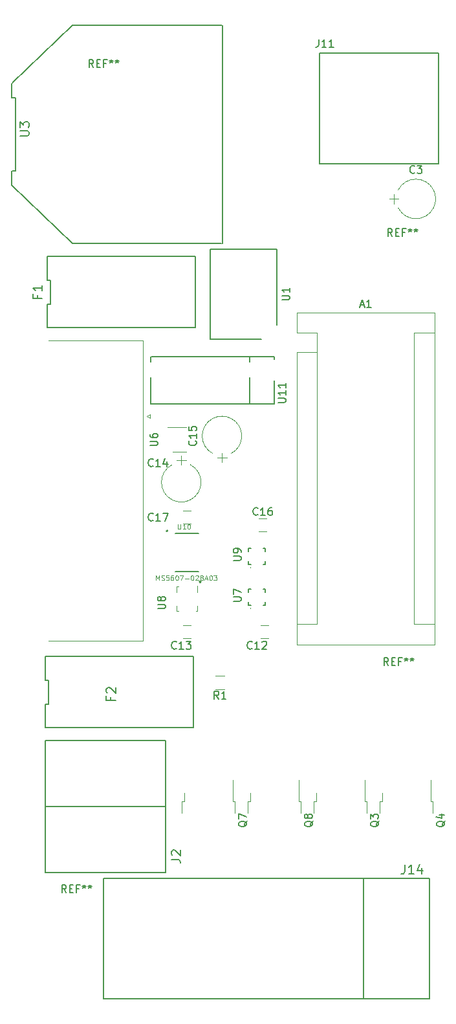
<source format=gto>
G04 #@! TF.FileFunction,Legend,Top*
%FSLAX46Y46*%
G04 Gerber Fmt 4.6, Leading zero omitted, Abs format (unit mm)*
G04 Created by KiCad (PCBNEW 4.0.7) date Wednesday, May 09, 2018 'PMt' 10:09:01 PM*
%MOMM*%
%LPD*%
G01*
G04 APERTURE LIST*
%ADD10C,0.100000*%
%ADD11C,0.127000*%
%ADD12C,0.150000*%
%ADD13C,0.120000*%
%ADD14C,0.200000*%
%ADD15C,0.250000*%
%ADD16C,0.050000*%
G04 APERTURE END LIST*
D10*
D11*
X110950000Y-114618000D02*
X110680000Y-114618000D01*
X110680000Y-114618000D02*
X110680000Y-114168000D01*
X110680000Y-112908000D02*
X110680000Y-112458000D01*
X110680000Y-112458000D02*
X110950000Y-112458000D01*
X112570000Y-112458000D02*
X112840000Y-112458000D01*
X112840000Y-112458000D02*
X112840000Y-112908000D01*
X112570000Y-114618000D02*
X112840000Y-114618000D01*
X112840000Y-114618000D02*
X112840000Y-114168000D01*
D12*
X110946400Y-115062000D02*
G75*
G03X110946400Y-115062000I-50000J0D01*
G01*
D11*
X110950000Y-109284000D02*
X110680000Y-109284000D01*
X110680000Y-109284000D02*
X110680000Y-108834000D01*
X110680000Y-107574000D02*
X110680000Y-107124000D01*
X110680000Y-107124000D02*
X110950000Y-107124000D01*
X112570000Y-107124000D02*
X112840000Y-107124000D01*
X112840000Y-107124000D02*
X112840000Y-107574000D01*
X112570000Y-109284000D02*
X112840000Y-109284000D01*
X112840000Y-109284000D02*
X112840000Y-108834000D01*
D12*
X110946400Y-109728000D02*
G75*
G03X110946400Y-109728000I-50000J0D01*
G01*
D13*
X119634000Y-81534000D02*
X119634000Y-78994000D01*
X119634000Y-78994000D02*
X116964000Y-78994000D01*
X116964000Y-81534000D02*
X116964000Y-119764000D01*
X116964000Y-76324000D02*
X116964000Y-78994000D01*
X132334000Y-78994000D02*
X135004000Y-78994000D01*
X132334000Y-78994000D02*
X132334000Y-117094000D01*
X132334000Y-117094000D02*
X135004000Y-117094000D01*
X119634000Y-81534000D02*
X116964000Y-81534000D01*
X119634000Y-81534000D02*
X119634000Y-117094000D01*
X119634000Y-117094000D02*
X116964000Y-117094000D01*
X116964000Y-119764000D02*
X135004000Y-119764000D01*
X135004000Y-119764000D02*
X135004000Y-76324000D01*
X135004000Y-76324000D02*
X116964000Y-76324000D01*
X113276000Y-117260000D02*
X112276000Y-117260000D01*
X112276000Y-118960000D02*
X113276000Y-118960000D01*
X103116000Y-117260000D02*
X102116000Y-117260000D01*
X102116000Y-118960000D02*
X103116000Y-118960000D01*
X103033723Y-100837722D02*
G75*
G03X103034000Y-96226420I-1179723J2305722D01*
G01*
X100674277Y-100837722D02*
G75*
G02X100674000Y-96226420I1179723J2305722D01*
G01*
X100674277Y-100837722D02*
G75*
G03X103034000Y-100837580I1179723J2305722D01*
G01*
X101854000Y-95082000D02*
X101854000Y-96282000D01*
X102504000Y-95682000D02*
X101204000Y-95682000D01*
X106008277Y-90170278D02*
G75*
G03X106008000Y-94781580I1179723J-2305722D01*
G01*
X108367723Y-90170278D02*
G75*
G02X108368000Y-94781580I-1179723J-2305722D01*
G01*
X108367723Y-90170278D02*
G75*
G03X106008000Y-90170420I-1179723J-2305722D01*
G01*
X107188000Y-95926000D02*
X107188000Y-94726000D01*
X106538000Y-95326000D02*
X107838000Y-95326000D01*
X113022000Y-103290000D02*
X112022000Y-103290000D01*
X112022000Y-104990000D02*
X113022000Y-104990000D01*
X103116000Y-102274000D02*
X102116000Y-102274000D01*
X102116000Y-103974000D02*
X103116000Y-103974000D01*
D12*
X84295000Y-78309999D02*
X103665000Y-78310000D01*
X103665000Y-78310000D02*
X103665000Y-69010001D01*
X103665000Y-69010001D02*
X84295000Y-69010000D01*
X84295000Y-69010000D02*
X84295000Y-72110000D01*
X84295000Y-72110000D02*
X84745000Y-72110000D01*
X84745000Y-72110000D02*
X84745000Y-75209999D01*
X84745000Y-75209999D02*
X84295000Y-75209999D01*
X84295000Y-75209999D02*
X84295000Y-78309999D01*
X84041000Y-130633999D02*
X103411000Y-130634000D01*
X103411000Y-130634000D02*
X103411000Y-121334001D01*
X103411000Y-121334001D02*
X84041000Y-121334000D01*
X84041000Y-121334000D02*
X84041000Y-124434000D01*
X84041000Y-124434000D02*
X84491000Y-124434000D01*
X84491000Y-124434000D02*
X84491000Y-127533999D01*
X84491000Y-127533999D02*
X84041000Y-127533999D01*
X84041000Y-127533999D02*
X84041000Y-130633999D01*
D13*
X84516000Y-79951000D02*
X96856000Y-79951000D01*
X96856000Y-79951000D02*
X96856000Y-119271000D01*
X96856000Y-119271000D02*
X84516000Y-119271000D01*
X97750338Y-89666000D02*
X97750338Y-90166000D01*
X97750338Y-90166000D02*
X97317325Y-89916000D01*
X97317325Y-89916000D02*
X97750338Y-89666000D01*
D12*
X99812000Y-149595000D02*
X99812000Y-132345000D01*
X84062000Y-149595000D02*
X84062000Y-132345000D01*
X84062000Y-132345000D02*
X99812000Y-132345000D01*
X99812000Y-149595000D02*
X84062000Y-149595000D01*
X84062000Y-140970000D02*
X99812000Y-140970000D01*
X135520000Y-42408000D02*
X119970000Y-42408000D01*
X135520000Y-56908000D02*
X119970000Y-56908000D01*
X119970000Y-42408000D02*
X119970000Y-56908000D01*
X135520000Y-42408000D02*
X135520000Y-56908000D01*
X134355000Y-166128000D02*
X91705000Y-166128000D01*
X91705000Y-166128000D02*
X91705000Y-150378000D01*
X91705000Y-150356000D02*
X134355000Y-150356000D01*
X134355000Y-150378000D02*
X134355000Y-166128000D01*
X125730000Y-166128000D02*
X125730000Y-150378000D01*
D13*
X126132000Y-141778000D02*
X126132000Y-140278000D01*
X126132000Y-140278000D02*
X125862000Y-140278000D01*
X125862000Y-140278000D02*
X125862000Y-137448000D01*
X119232000Y-141778000D02*
X119232000Y-140278000D01*
X119232000Y-140278000D02*
X119502000Y-140278000D01*
X119502000Y-140278000D02*
X119502000Y-139178000D01*
X134768000Y-141778000D02*
X134768000Y-140278000D01*
X134768000Y-140278000D02*
X134498000Y-140278000D01*
X134498000Y-140278000D02*
X134498000Y-137448000D01*
X127868000Y-141778000D02*
X127868000Y-140278000D01*
X127868000Y-140278000D02*
X128138000Y-140278000D01*
X128138000Y-140278000D02*
X128138000Y-139178000D01*
X108860000Y-141778000D02*
X108860000Y-140278000D01*
X108860000Y-140278000D02*
X108590000Y-140278000D01*
X108590000Y-140278000D02*
X108590000Y-137448000D01*
X101960000Y-141778000D02*
X101960000Y-140278000D01*
X101960000Y-140278000D02*
X102230000Y-140278000D01*
X102230000Y-140278000D02*
X102230000Y-139178000D01*
X117496000Y-141778000D02*
X117496000Y-140278000D01*
X117496000Y-140278000D02*
X117226000Y-140278000D01*
X117226000Y-140278000D02*
X117226000Y-137448000D01*
X110596000Y-141778000D02*
X110596000Y-140278000D01*
X110596000Y-140278000D02*
X110866000Y-140278000D01*
X110866000Y-140278000D02*
X110866000Y-139178000D01*
X106334000Y-123834000D02*
X107534000Y-123834000D01*
X107534000Y-125594000D02*
X106334000Y-125594000D01*
D12*
X114368000Y-77914000D02*
X114368000Y-68014000D01*
X112368000Y-79814000D02*
X105668000Y-79814000D01*
X105668000Y-79814000D02*
X105668000Y-68014000D01*
X105668000Y-68014000D02*
X114368000Y-68014000D01*
X79629000Y-48260000D02*
X79629000Y-46355000D01*
X79629000Y-59690000D02*
X79629000Y-57785000D01*
X87630000Y-38735000D02*
X107188000Y-38735000D01*
X87630000Y-67310000D02*
X107061000Y-67310000D01*
X87630000Y-38772501D02*
X79698500Y-46329000D01*
X87630000Y-67272499D02*
X79698500Y-59716000D01*
X107245500Y-67272500D02*
X107245500Y-38772501D01*
X79698500Y-48272500D02*
X80148500Y-48272500D01*
X80148500Y-48272500D02*
X80148500Y-57772499D01*
X80148500Y-57772499D02*
X79698500Y-57772499D01*
D13*
X100700000Y-94574000D02*
X102500000Y-94574000D01*
X102500000Y-91354000D02*
X100050000Y-91354000D01*
D10*
X103966000Y-112092000D02*
X103966000Y-112912000D01*
X101266000Y-112192000D02*
X101266000Y-112912000D01*
X101266000Y-112192000D02*
X101486000Y-112192000D01*
X101486000Y-115392000D02*
X101266000Y-115392000D01*
X101266000Y-115392000D02*
X101266000Y-114672000D01*
X103966000Y-114672000D02*
X103966000Y-115392000D01*
X103966000Y-115392000D02*
X103746000Y-115392000D01*
D11*
X101116000Y-105196000D02*
X104116000Y-105196000D01*
X101116000Y-110196000D02*
X104116000Y-110196000D01*
D14*
X100089000Y-104902000D02*
G75*
G03X100089000Y-104902000I-100000J0D01*
G01*
D12*
X102108000Y-82118200D02*
X97983000Y-82118200D01*
X101981000Y-88315800D02*
X97983000Y-88315800D01*
X110808000Y-82120000D02*
X110808000Y-82820000D01*
X110808000Y-88320000D02*
X110808000Y-84820000D01*
X102108000Y-82120000D02*
X114068000Y-82120000D01*
X114070000Y-82120000D02*
X114070000Y-82420000D01*
X97893000Y-85020000D02*
X97893000Y-84820000D01*
X97893000Y-82120000D02*
X97893000Y-82820000D01*
X102008000Y-88320000D02*
X114068000Y-88320000D01*
X114070000Y-88320000D02*
X114070000Y-85220000D01*
X97893000Y-88320000D02*
X97893000Y-84920000D01*
D13*
X134873722Y-60288277D02*
G75*
G03X130262420Y-60288000I-2305722J-1179723D01*
G01*
X134873722Y-62647723D02*
G75*
G02X130262420Y-62648000I-2305722J1179723D01*
G01*
X134873722Y-62647723D02*
G75*
G03X134873580Y-60288000I-2305722J1179723D01*
G01*
X129118000Y-61468000D02*
X130318000Y-61468000D01*
X129718000Y-60818000D02*
X129718000Y-62118000D01*
D12*
X108671959Y-114097291D02*
X109482106Y-114097291D01*
X109577418Y-114049636D01*
X109625074Y-114001980D01*
X109672729Y-113906669D01*
X109672729Y-113716046D01*
X109625074Y-113620734D01*
X109577418Y-113573079D01*
X109482106Y-113525423D01*
X108671959Y-113525423D01*
X108671959Y-113144177D02*
X108671959Y-112476997D01*
X109672729Y-112905898D01*
X108671959Y-108763291D02*
X109482106Y-108763291D01*
X109577418Y-108715636D01*
X109625074Y-108667980D01*
X109672729Y-108572669D01*
X109672729Y-108382046D01*
X109625074Y-108286734D01*
X109577418Y-108239079D01*
X109482106Y-108191423D01*
X108671959Y-108191423D01*
X109672729Y-107667210D02*
X109672729Y-107476587D01*
X109625074Y-107381275D01*
X109577418Y-107333620D01*
X109434451Y-107238308D01*
X109243828Y-107190653D01*
X108862582Y-107190653D01*
X108767271Y-107238308D01*
X108719615Y-107285964D01*
X108671959Y-107381275D01*
X108671959Y-107571898D01*
X108719615Y-107667210D01*
X108767271Y-107714865D01*
X108862582Y-107762521D01*
X109100861Y-107762521D01*
X109196172Y-107714865D01*
X109243828Y-107667210D01*
X109291484Y-107571898D01*
X109291484Y-107381275D01*
X109243828Y-107285964D01*
X109196172Y-107238308D01*
X109100861Y-107190653D01*
X125269714Y-75350667D02*
X125745905Y-75350667D01*
X125174476Y-75636381D02*
X125507809Y-74636381D01*
X125841143Y-75636381D01*
X126698286Y-75636381D02*
X126126857Y-75636381D01*
X126412571Y-75636381D02*
X126412571Y-74636381D01*
X126317333Y-74779238D01*
X126222095Y-74874476D01*
X126126857Y-74922095D01*
X111117143Y-120245143D02*
X111069524Y-120292762D01*
X110926667Y-120340381D01*
X110831429Y-120340381D01*
X110688571Y-120292762D01*
X110593333Y-120197524D01*
X110545714Y-120102286D01*
X110498095Y-119911810D01*
X110498095Y-119768952D01*
X110545714Y-119578476D01*
X110593333Y-119483238D01*
X110688571Y-119388000D01*
X110831429Y-119340381D01*
X110926667Y-119340381D01*
X111069524Y-119388000D01*
X111117143Y-119435619D01*
X112069524Y-120340381D02*
X111498095Y-120340381D01*
X111783809Y-120340381D02*
X111783809Y-119340381D01*
X111688571Y-119483238D01*
X111593333Y-119578476D01*
X111498095Y-119626095D01*
X112450476Y-119435619D02*
X112498095Y-119388000D01*
X112593333Y-119340381D01*
X112831429Y-119340381D01*
X112926667Y-119388000D01*
X112974286Y-119435619D01*
X113021905Y-119530857D01*
X113021905Y-119626095D01*
X112974286Y-119768952D01*
X112402857Y-120340381D01*
X113021905Y-120340381D01*
X101211143Y-120245143D02*
X101163524Y-120292762D01*
X101020667Y-120340381D01*
X100925429Y-120340381D01*
X100782571Y-120292762D01*
X100687333Y-120197524D01*
X100639714Y-120102286D01*
X100592095Y-119911810D01*
X100592095Y-119768952D01*
X100639714Y-119578476D01*
X100687333Y-119483238D01*
X100782571Y-119388000D01*
X100925429Y-119340381D01*
X101020667Y-119340381D01*
X101163524Y-119388000D01*
X101211143Y-119435619D01*
X102163524Y-120340381D02*
X101592095Y-120340381D01*
X101877809Y-120340381D02*
X101877809Y-119340381D01*
X101782571Y-119483238D01*
X101687333Y-119578476D01*
X101592095Y-119626095D01*
X102496857Y-119340381D02*
X103115905Y-119340381D01*
X102782571Y-119721333D01*
X102925429Y-119721333D01*
X103020667Y-119768952D01*
X103068286Y-119816571D01*
X103115905Y-119911810D01*
X103115905Y-120149905D01*
X103068286Y-120245143D01*
X103020667Y-120292762D01*
X102925429Y-120340381D01*
X102639714Y-120340381D01*
X102544476Y-120292762D01*
X102496857Y-120245143D01*
X98163143Y-96369143D02*
X98115524Y-96416762D01*
X97972667Y-96464381D01*
X97877429Y-96464381D01*
X97734571Y-96416762D01*
X97639333Y-96321524D01*
X97591714Y-96226286D01*
X97544095Y-96035810D01*
X97544095Y-95892952D01*
X97591714Y-95702476D01*
X97639333Y-95607238D01*
X97734571Y-95512000D01*
X97877429Y-95464381D01*
X97972667Y-95464381D01*
X98115524Y-95512000D01*
X98163143Y-95559619D01*
X99115524Y-96464381D02*
X98544095Y-96464381D01*
X98829809Y-96464381D02*
X98829809Y-95464381D01*
X98734571Y-95607238D01*
X98639333Y-95702476D01*
X98544095Y-95750095D01*
X99972667Y-95797714D02*
X99972667Y-96464381D01*
X99734571Y-95416762D02*
X99496476Y-96131048D01*
X100115524Y-96131048D01*
X103735143Y-93118857D02*
X103782762Y-93166476D01*
X103830381Y-93309333D01*
X103830381Y-93404571D01*
X103782762Y-93547429D01*
X103687524Y-93642667D01*
X103592286Y-93690286D01*
X103401810Y-93737905D01*
X103258952Y-93737905D01*
X103068476Y-93690286D01*
X102973238Y-93642667D01*
X102878000Y-93547429D01*
X102830381Y-93404571D01*
X102830381Y-93309333D01*
X102878000Y-93166476D01*
X102925619Y-93118857D01*
X103830381Y-92166476D02*
X103830381Y-92737905D01*
X103830381Y-92452191D02*
X102830381Y-92452191D01*
X102973238Y-92547429D01*
X103068476Y-92642667D01*
X103116095Y-92737905D01*
X102830381Y-91261714D02*
X102830381Y-91737905D01*
X103306571Y-91785524D01*
X103258952Y-91737905D01*
X103211333Y-91642667D01*
X103211333Y-91404571D01*
X103258952Y-91309333D01*
X103306571Y-91261714D01*
X103401810Y-91214095D01*
X103639905Y-91214095D01*
X103735143Y-91261714D01*
X103782762Y-91309333D01*
X103830381Y-91404571D01*
X103830381Y-91642667D01*
X103782762Y-91737905D01*
X103735143Y-91785524D01*
X111879143Y-102747143D02*
X111831524Y-102794762D01*
X111688667Y-102842381D01*
X111593429Y-102842381D01*
X111450571Y-102794762D01*
X111355333Y-102699524D01*
X111307714Y-102604286D01*
X111260095Y-102413810D01*
X111260095Y-102270952D01*
X111307714Y-102080476D01*
X111355333Y-101985238D01*
X111450571Y-101890000D01*
X111593429Y-101842381D01*
X111688667Y-101842381D01*
X111831524Y-101890000D01*
X111879143Y-101937619D01*
X112831524Y-102842381D02*
X112260095Y-102842381D01*
X112545809Y-102842381D02*
X112545809Y-101842381D01*
X112450571Y-101985238D01*
X112355333Y-102080476D01*
X112260095Y-102128095D01*
X113688667Y-101842381D02*
X113498190Y-101842381D01*
X113402952Y-101890000D01*
X113355333Y-101937619D01*
X113260095Y-102080476D01*
X113212476Y-102270952D01*
X113212476Y-102651905D01*
X113260095Y-102747143D01*
X113307714Y-102794762D01*
X113402952Y-102842381D01*
X113593429Y-102842381D01*
X113688667Y-102794762D01*
X113736286Y-102747143D01*
X113783905Y-102651905D01*
X113783905Y-102413810D01*
X113736286Y-102318571D01*
X113688667Y-102270952D01*
X113593429Y-102223333D01*
X113402952Y-102223333D01*
X113307714Y-102270952D01*
X113260095Y-102318571D01*
X113212476Y-102413810D01*
X98163143Y-103481143D02*
X98115524Y-103528762D01*
X97972667Y-103576381D01*
X97877429Y-103576381D01*
X97734571Y-103528762D01*
X97639333Y-103433524D01*
X97591714Y-103338286D01*
X97544095Y-103147810D01*
X97544095Y-103004952D01*
X97591714Y-102814476D01*
X97639333Y-102719238D01*
X97734571Y-102624000D01*
X97877429Y-102576381D01*
X97972667Y-102576381D01*
X98115524Y-102624000D01*
X98163143Y-102671619D01*
X99115524Y-103576381D02*
X98544095Y-103576381D01*
X98829809Y-103576381D02*
X98829809Y-102576381D01*
X98734571Y-102719238D01*
X98639333Y-102814476D01*
X98544095Y-102862095D01*
X99448857Y-102576381D02*
X100115524Y-102576381D01*
X99686952Y-103576381D01*
X83009286Y-74060000D02*
X83009286Y-74460000D01*
X83637857Y-74460000D02*
X82437857Y-74460000D01*
X82437857Y-73888571D01*
X83637857Y-72802857D02*
X83637857Y-73488572D01*
X83637857Y-73145714D02*
X82437857Y-73145714D01*
X82609286Y-73260000D01*
X82723571Y-73374286D01*
X82780714Y-73488572D01*
X92624286Y-126638000D02*
X92624286Y-127038000D01*
X93252857Y-127038000D02*
X92052857Y-127038000D01*
X92052857Y-126466571D01*
X92167143Y-126066572D02*
X92110000Y-126009429D01*
X92052857Y-125895143D01*
X92052857Y-125609429D01*
X92110000Y-125495143D01*
X92167143Y-125438000D01*
X92281429Y-125380857D01*
X92395714Y-125380857D01*
X92567143Y-125438000D01*
X93252857Y-126123714D01*
X93252857Y-125380857D01*
X100561857Y-147847000D02*
X101419000Y-147847000D01*
X101590429Y-147904142D01*
X101704714Y-148018428D01*
X101761857Y-148189857D01*
X101761857Y-148304142D01*
X100676143Y-147332714D02*
X100619000Y-147275571D01*
X100561857Y-147161285D01*
X100561857Y-146875571D01*
X100619000Y-146761285D01*
X100676143Y-146704142D01*
X100790429Y-146646999D01*
X100904714Y-146646999D01*
X101076143Y-146704142D01*
X101761857Y-147389856D01*
X101761857Y-146646999D01*
X119840477Y-40600381D02*
X119840477Y-41314667D01*
X119792857Y-41457524D01*
X119697619Y-41552762D01*
X119554762Y-41600381D01*
X119459524Y-41600381D01*
X120840477Y-41600381D02*
X120269048Y-41600381D01*
X120554762Y-41600381D02*
X120554762Y-40600381D01*
X120459524Y-40743238D01*
X120364286Y-40838476D01*
X120269048Y-40886095D01*
X121792858Y-41600381D02*
X121221429Y-41600381D01*
X121507143Y-41600381D02*
X121507143Y-40600381D01*
X121411905Y-40743238D01*
X121316667Y-40838476D01*
X121221429Y-40886095D01*
X131108571Y-148567857D02*
X131108571Y-149425000D01*
X131051429Y-149596429D01*
X130937143Y-149710714D01*
X130765714Y-149767857D01*
X130651429Y-149767857D01*
X132308572Y-149767857D02*
X131622857Y-149767857D01*
X131965715Y-149767857D02*
X131965715Y-148567857D01*
X131851429Y-148739286D01*
X131737143Y-148853571D01*
X131622857Y-148910714D01*
X133337143Y-148967857D02*
X133337143Y-149767857D01*
X133051429Y-148510714D02*
X132765714Y-149367857D01*
X133508572Y-149367857D01*
X127729619Y-142843238D02*
X127682000Y-142938476D01*
X127586762Y-143033714D01*
X127443905Y-143176571D01*
X127396286Y-143271810D01*
X127396286Y-143367048D01*
X127634381Y-143319429D02*
X127586762Y-143414667D01*
X127491524Y-143509905D01*
X127301048Y-143557524D01*
X126967714Y-143557524D01*
X126777238Y-143509905D01*
X126682000Y-143414667D01*
X126634381Y-143319429D01*
X126634381Y-143128952D01*
X126682000Y-143033714D01*
X126777238Y-142938476D01*
X126967714Y-142890857D01*
X127301048Y-142890857D01*
X127491524Y-142938476D01*
X127586762Y-143033714D01*
X127634381Y-143128952D01*
X127634381Y-143319429D01*
X126634381Y-142557524D02*
X126634381Y-141938476D01*
X127015333Y-142271810D01*
X127015333Y-142128952D01*
X127062952Y-142033714D01*
X127110571Y-141986095D01*
X127205810Y-141938476D01*
X127443905Y-141938476D01*
X127539143Y-141986095D01*
X127586762Y-142033714D01*
X127634381Y-142128952D01*
X127634381Y-142414667D01*
X127586762Y-142509905D01*
X127539143Y-142557524D01*
X136365619Y-142843238D02*
X136318000Y-142938476D01*
X136222762Y-143033714D01*
X136079905Y-143176571D01*
X136032286Y-143271810D01*
X136032286Y-143367048D01*
X136270381Y-143319429D02*
X136222762Y-143414667D01*
X136127524Y-143509905D01*
X135937048Y-143557524D01*
X135603714Y-143557524D01*
X135413238Y-143509905D01*
X135318000Y-143414667D01*
X135270381Y-143319429D01*
X135270381Y-143128952D01*
X135318000Y-143033714D01*
X135413238Y-142938476D01*
X135603714Y-142890857D01*
X135937048Y-142890857D01*
X136127524Y-142938476D01*
X136222762Y-143033714D01*
X136270381Y-143128952D01*
X136270381Y-143319429D01*
X135603714Y-142033714D02*
X136270381Y-142033714D01*
X135222762Y-142271810D02*
X135937048Y-142509905D01*
X135937048Y-141890857D01*
X110457619Y-142843238D02*
X110410000Y-142938476D01*
X110314762Y-143033714D01*
X110171905Y-143176571D01*
X110124286Y-143271810D01*
X110124286Y-143367048D01*
X110362381Y-143319429D02*
X110314762Y-143414667D01*
X110219524Y-143509905D01*
X110029048Y-143557524D01*
X109695714Y-143557524D01*
X109505238Y-143509905D01*
X109410000Y-143414667D01*
X109362381Y-143319429D01*
X109362381Y-143128952D01*
X109410000Y-143033714D01*
X109505238Y-142938476D01*
X109695714Y-142890857D01*
X110029048Y-142890857D01*
X110219524Y-142938476D01*
X110314762Y-143033714D01*
X110362381Y-143128952D01*
X110362381Y-143319429D01*
X109362381Y-142557524D02*
X109362381Y-141890857D01*
X110362381Y-142319429D01*
X119093619Y-142843238D02*
X119046000Y-142938476D01*
X118950762Y-143033714D01*
X118807905Y-143176571D01*
X118760286Y-143271810D01*
X118760286Y-143367048D01*
X118998381Y-143319429D02*
X118950762Y-143414667D01*
X118855524Y-143509905D01*
X118665048Y-143557524D01*
X118331714Y-143557524D01*
X118141238Y-143509905D01*
X118046000Y-143414667D01*
X117998381Y-143319429D01*
X117998381Y-143128952D01*
X118046000Y-143033714D01*
X118141238Y-142938476D01*
X118331714Y-142890857D01*
X118665048Y-142890857D01*
X118855524Y-142938476D01*
X118950762Y-143033714D01*
X118998381Y-143128952D01*
X118998381Y-143319429D01*
X118426952Y-142319429D02*
X118379333Y-142414667D01*
X118331714Y-142462286D01*
X118236476Y-142509905D01*
X118188857Y-142509905D01*
X118093619Y-142462286D01*
X118046000Y-142414667D01*
X117998381Y-142319429D01*
X117998381Y-142128952D01*
X118046000Y-142033714D01*
X118093619Y-141986095D01*
X118188857Y-141938476D01*
X118236476Y-141938476D01*
X118331714Y-141986095D01*
X118379333Y-142033714D01*
X118426952Y-142128952D01*
X118426952Y-142319429D01*
X118474571Y-142414667D01*
X118522190Y-142462286D01*
X118617429Y-142509905D01*
X118807905Y-142509905D01*
X118903143Y-142462286D01*
X118950762Y-142414667D01*
X118998381Y-142319429D01*
X118998381Y-142128952D01*
X118950762Y-142033714D01*
X118903143Y-141986095D01*
X118807905Y-141938476D01*
X118617429Y-141938476D01*
X118522190Y-141986095D01*
X118474571Y-142033714D01*
X118426952Y-142128952D01*
X106767334Y-126866381D02*
X106434000Y-126390190D01*
X106195905Y-126866381D02*
X106195905Y-125866381D01*
X106576858Y-125866381D01*
X106672096Y-125914000D01*
X106719715Y-125961619D01*
X106767334Y-126056857D01*
X106767334Y-126199714D01*
X106719715Y-126294952D01*
X106672096Y-126342571D01*
X106576858Y-126390190D01*
X106195905Y-126390190D01*
X107719715Y-126866381D02*
X107148286Y-126866381D01*
X107434000Y-126866381D02*
X107434000Y-125866381D01*
X107338762Y-126009238D01*
X107243524Y-126104476D01*
X107148286Y-126152095D01*
X115020381Y-74675905D02*
X115829905Y-74675905D01*
X115925143Y-74628286D01*
X115972762Y-74580667D01*
X116020381Y-74485429D01*
X116020381Y-74294952D01*
X115972762Y-74199714D01*
X115925143Y-74152095D01*
X115829905Y-74104476D01*
X115020381Y-74104476D01*
X116020381Y-73104476D02*
X116020381Y-73675905D01*
X116020381Y-73390191D02*
X115020381Y-73390191D01*
X115163238Y-73485429D01*
X115258476Y-73580667D01*
X115306095Y-73675905D01*
X80749857Y-53238286D02*
X81721286Y-53238286D01*
X81835571Y-53181143D01*
X81892714Y-53124000D01*
X81949857Y-53009714D01*
X81949857Y-52781143D01*
X81892714Y-52666857D01*
X81835571Y-52609714D01*
X81721286Y-52552571D01*
X80749857Y-52552571D01*
X80749857Y-52095428D02*
X80749857Y-51352571D01*
X81207000Y-51752571D01*
X81207000Y-51581143D01*
X81264143Y-51466857D01*
X81321286Y-51409714D01*
X81435571Y-51352571D01*
X81721286Y-51352571D01*
X81835571Y-51409714D01*
X81892714Y-51466857D01*
X81949857Y-51581143D01*
X81949857Y-51924000D01*
X81892714Y-52038286D01*
X81835571Y-52095428D01*
X97750381Y-93725905D02*
X98559905Y-93725905D01*
X98655143Y-93678286D01*
X98702762Y-93630667D01*
X98750381Y-93535429D01*
X98750381Y-93344952D01*
X98702762Y-93249714D01*
X98655143Y-93202095D01*
X98559905Y-93154476D01*
X97750381Y-93154476D01*
X97750381Y-92249714D02*
X97750381Y-92440191D01*
X97798000Y-92535429D01*
X97845619Y-92583048D01*
X97988476Y-92678286D01*
X98178952Y-92725905D01*
X98559905Y-92725905D01*
X98655143Y-92678286D01*
X98702762Y-92630667D01*
X98750381Y-92535429D01*
X98750381Y-92344952D01*
X98702762Y-92249714D01*
X98655143Y-92202095D01*
X98559905Y-92154476D01*
X98321810Y-92154476D01*
X98226571Y-92202095D01*
X98178952Y-92249714D01*
X98131333Y-92344952D01*
X98131333Y-92535429D01*
X98178952Y-92630667D01*
X98226571Y-92678286D01*
X98321810Y-92725905D01*
X98766381Y-115061905D02*
X99575905Y-115061905D01*
X99671143Y-115014286D01*
X99718762Y-114966667D01*
X99766381Y-114871429D01*
X99766381Y-114680952D01*
X99718762Y-114585714D01*
X99671143Y-114538095D01*
X99575905Y-114490476D01*
X98766381Y-114490476D01*
X99194952Y-113871429D02*
X99147333Y-113966667D01*
X99099714Y-114014286D01*
X99004476Y-114061905D01*
X98956857Y-114061905D01*
X98861619Y-114014286D01*
X98814000Y-113966667D01*
X98766381Y-113871429D01*
X98766381Y-113680952D01*
X98814000Y-113585714D01*
X98861619Y-113538095D01*
X98956857Y-113490476D01*
X99004476Y-113490476D01*
X99099714Y-113538095D01*
X99147333Y-113585714D01*
X99194952Y-113680952D01*
X99194952Y-113871429D01*
X99242571Y-113966667D01*
X99290190Y-114014286D01*
X99385429Y-114061905D01*
X99575905Y-114061905D01*
X99671143Y-114014286D01*
X99718762Y-113966667D01*
X99766381Y-113871429D01*
X99766381Y-113680952D01*
X99718762Y-113585714D01*
X99671143Y-113538095D01*
X99575905Y-113490476D01*
X99385429Y-113490476D01*
X99290190Y-113538095D01*
X99242571Y-113585714D01*
X99194952Y-113680952D01*
D15*
X104243143Y-111506000D02*
X104290762Y-111458381D01*
X104338381Y-111506000D01*
X104290762Y-111553619D01*
X104243143Y-111506000D01*
X104338381Y-111506000D01*
D16*
X101415240Y-104012056D02*
X101415240Y-104531005D01*
X101445767Y-104592058D01*
X101476293Y-104622584D01*
X101537346Y-104653111D01*
X101659452Y-104653111D01*
X101720504Y-104622584D01*
X101751031Y-104592058D01*
X101781557Y-104531005D01*
X101781557Y-104012056D01*
X102422612Y-104653111D02*
X102056295Y-104653111D01*
X102239453Y-104653111D02*
X102239453Y-104012056D01*
X102178400Y-104103635D01*
X102117348Y-104164688D01*
X102056295Y-104195214D01*
X102819456Y-104012056D02*
X102880509Y-104012056D01*
X102941562Y-104042582D01*
X102972088Y-104073108D01*
X103002614Y-104134161D01*
X103033141Y-104256267D01*
X103033141Y-104408899D01*
X103002614Y-104531005D01*
X102972088Y-104592058D01*
X102941562Y-104622584D01*
X102880509Y-104653111D01*
X102819456Y-104653111D01*
X102758403Y-104622584D01*
X102727877Y-104592058D01*
X102697350Y-104531005D01*
X102666824Y-104408899D01*
X102666824Y-104256267D01*
X102697350Y-104134161D01*
X102727877Y-104073108D01*
X102758403Y-104042582D01*
X102819456Y-104012056D01*
X98559963Y-111346456D02*
X98559963Y-110704816D01*
X98773843Y-111163130D01*
X98987723Y-110704816D01*
X98987723Y-111346456D01*
X99262712Y-111315901D02*
X99354375Y-111346456D01*
X99507146Y-111346456D01*
X99568255Y-111315901D01*
X99598809Y-111285347D01*
X99629364Y-111224239D01*
X99629364Y-111163130D01*
X99598809Y-111102021D01*
X99568255Y-111071467D01*
X99507146Y-111040913D01*
X99384929Y-111010359D01*
X99323821Y-110979804D01*
X99293266Y-110949250D01*
X99262712Y-110888141D01*
X99262712Y-110827033D01*
X99293266Y-110765924D01*
X99323821Y-110735370D01*
X99384929Y-110704816D01*
X99537701Y-110704816D01*
X99629364Y-110735370D01*
X100209895Y-110704816D02*
X99904352Y-110704816D01*
X99873798Y-111010359D01*
X99904352Y-110979804D01*
X99965461Y-110949250D01*
X100118232Y-110949250D01*
X100179341Y-110979804D01*
X100209895Y-111010359D01*
X100240450Y-111071467D01*
X100240450Y-111224239D01*
X100209895Y-111285347D01*
X100179341Y-111315901D01*
X100118232Y-111346456D01*
X99965461Y-111346456D01*
X99904352Y-111315901D01*
X99873798Y-111285347D01*
X100790427Y-110704816D02*
X100668210Y-110704816D01*
X100607101Y-110735370D01*
X100576547Y-110765924D01*
X100515438Y-110857587D01*
X100484884Y-110979804D01*
X100484884Y-111224239D01*
X100515438Y-111285347D01*
X100545993Y-111315901D01*
X100607101Y-111346456D01*
X100729318Y-111346456D01*
X100790427Y-111315901D01*
X100820981Y-111285347D01*
X100851536Y-111224239D01*
X100851536Y-111071467D01*
X100820981Y-111010359D01*
X100790427Y-110979804D01*
X100729318Y-110949250D01*
X100607101Y-110949250D01*
X100545993Y-110979804D01*
X100515438Y-111010359D01*
X100484884Y-111071467D01*
X101248742Y-110704816D02*
X101309850Y-110704816D01*
X101370959Y-110735370D01*
X101401513Y-110765924D01*
X101432067Y-110827033D01*
X101462622Y-110949250D01*
X101462622Y-111102021D01*
X101432067Y-111224239D01*
X101401513Y-111285347D01*
X101370959Y-111315901D01*
X101309850Y-111346456D01*
X101248742Y-111346456D01*
X101187633Y-111315901D01*
X101157079Y-111285347D01*
X101126524Y-111224239D01*
X101095970Y-111102021D01*
X101095970Y-110949250D01*
X101126524Y-110827033D01*
X101157079Y-110765924D01*
X101187633Y-110735370D01*
X101248742Y-110704816D01*
X101676502Y-110704816D02*
X102104262Y-110704816D01*
X101829273Y-111346456D01*
X102348696Y-111102021D02*
X102837565Y-111102021D01*
X103265325Y-110704816D02*
X103326433Y-110704816D01*
X103387542Y-110735370D01*
X103418096Y-110765924D01*
X103448650Y-110827033D01*
X103479205Y-110949250D01*
X103479205Y-111102021D01*
X103448650Y-111224239D01*
X103418096Y-111285347D01*
X103387542Y-111315901D01*
X103326433Y-111346456D01*
X103265325Y-111346456D01*
X103204216Y-111315901D01*
X103173662Y-111285347D01*
X103143107Y-111224239D01*
X103112553Y-111102021D01*
X103112553Y-110949250D01*
X103143107Y-110827033D01*
X103173662Y-110765924D01*
X103204216Y-110735370D01*
X103265325Y-110704816D01*
X103723639Y-110765924D02*
X103754193Y-110735370D01*
X103815302Y-110704816D01*
X103968073Y-110704816D01*
X104029182Y-110735370D01*
X104059736Y-110765924D01*
X104090291Y-110827033D01*
X104090291Y-110888141D01*
X104059736Y-110979804D01*
X103693085Y-111346456D01*
X104090291Y-111346456D01*
X104579159Y-111010359D02*
X104670822Y-111040913D01*
X104701377Y-111071467D01*
X104731931Y-111132576D01*
X104731931Y-111224239D01*
X104701377Y-111285347D01*
X104670822Y-111315901D01*
X104609714Y-111346456D01*
X104365279Y-111346456D01*
X104365279Y-110704816D01*
X104579159Y-110704816D01*
X104640268Y-110735370D01*
X104670822Y-110765924D01*
X104701377Y-110827033D01*
X104701377Y-110888141D01*
X104670822Y-110949250D01*
X104640268Y-110979804D01*
X104579159Y-111010359D01*
X104365279Y-111010359D01*
X104976365Y-111163130D02*
X105281908Y-111163130D01*
X104915257Y-111346456D02*
X105129137Y-110704816D01*
X105343017Y-111346456D01*
X105679114Y-110704816D02*
X105740222Y-110704816D01*
X105801331Y-110735370D01*
X105831885Y-110765924D01*
X105862439Y-110827033D01*
X105892994Y-110949250D01*
X105892994Y-111102021D01*
X105862439Y-111224239D01*
X105831885Y-111285347D01*
X105801331Y-111315901D01*
X105740222Y-111346456D01*
X105679114Y-111346456D01*
X105618005Y-111315901D01*
X105587451Y-111285347D01*
X105556896Y-111224239D01*
X105526342Y-111102021D01*
X105526342Y-110949250D01*
X105556896Y-110827033D01*
X105587451Y-110765924D01*
X105618005Y-110735370D01*
X105679114Y-110704816D01*
X106106874Y-110704816D02*
X106504080Y-110704816D01*
X106290200Y-110949250D01*
X106381862Y-110949250D01*
X106442971Y-110979804D01*
X106473525Y-111010359D01*
X106504080Y-111071467D01*
X106504080Y-111224239D01*
X106473525Y-111285347D01*
X106442971Y-111315901D01*
X106381862Y-111346456D01*
X106198537Y-111346456D01*
X106137428Y-111315901D01*
X106106874Y-111285347D01*
D12*
X114514381Y-88106095D02*
X115323905Y-88106095D01*
X115419143Y-88058476D01*
X115466762Y-88010857D01*
X115514381Y-87915619D01*
X115514381Y-87725142D01*
X115466762Y-87629904D01*
X115419143Y-87582285D01*
X115323905Y-87534666D01*
X114514381Y-87534666D01*
X115514381Y-86534666D02*
X115514381Y-87106095D01*
X115514381Y-86820381D02*
X114514381Y-86820381D01*
X114657238Y-86915619D01*
X114752476Y-87010857D01*
X114800095Y-87106095D01*
X115514381Y-85582285D02*
X115514381Y-86153714D01*
X115514381Y-85868000D02*
X114514381Y-85868000D01*
X114657238Y-85963238D01*
X114752476Y-86058476D01*
X114800095Y-86153714D01*
X132401334Y-58015143D02*
X132353715Y-58062762D01*
X132210858Y-58110381D01*
X132115620Y-58110381D01*
X131972762Y-58062762D01*
X131877524Y-57967524D01*
X131829905Y-57872286D01*
X131782286Y-57681810D01*
X131782286Y-57538952D01*
X131829905Y-57348476D01*
X131877524Y-57253238D01*
X131972762Y-57158000D01*
X132115620Y-57110381D01*
X132210858Y-57110381D01*
X132353715Y-57158000D01*
X132401334Y-57205619D01*
X132734667Y-57110381D02*
X133353715Y-57110381D01*
X133020381Y-57491333D01*
X133163239Y-57491333D01*
X133258477Y-57538952D01*
X133306096Y-57586571D01*
X133353715Y-57681810D01*
X133353715Y-57919905D01*
X133306096Y-58015143D01*
X133258477Y-58062762D01*
X133163239Y-58110381D01*
X132877524Y-58110381D01*
X132782286Y-58062762D01*
X132734667Y-58015143D01*
X90360667Y-44258381D02*
X90027333Y-43782190D01*
X89789238Y-44258381D02*
X89789238Y-43258381D01*
X90170191Y-43258381D01*
X90265429Y-43306000D01*
X90313048Y-43353619D01*
X90360667Y-43448857D01*
X90360667Y-43591714D01*
X90313048Y-43686952D01*
X90265429Y-43734571D01*
X90170191Y-43782190D01*
X89789238Y-43782190D01*
X90789238Y-43734571D02*
X91122572Y-43734571D01*
X91265429Y-44258381D02*
X90789238Y-44258381D01*
X90789238Y-43258381D01*
X91265429Y-43258381D01*
X92027334Y-43734571D02*
X91694000Y-43734571D01*
X91694000Y-44258381D02*
X91694000Y-43258381D01*
X92170191Y-43258381D01*
X92694000Y-43258381D02*
X92694000Y-43496476D01*
X92455905Y-43401238D02*
X92694000Y-43496476D01*
X92932096Y-43401238D01*
X92551143Y-43686952D02*
X92694000Y-43496476D01*
X92836858Y-43686952D01*
X93455905Y-43258381D02*
X93455905Y-43496476D01*
X93217810Y-43401238D02*
X93455905Y-43496476D01*
X93694001Y-43401238D01*
X93313048Y-43686952D02*
X93455905Y-43496476D01*
X93598763Y-43686952D01*
X129476667Y-66356381D02*
X129143333Y-65880190D01*
X128905238Y-66356381D02*
X128905238Y-65356381D01*
X129286191Y-65356381D01*
X129381429Y-65404000D01*
X129429048Y-65451619D01*
X129476667Y-65546857D01*
X129476667Y-65689714D01*
X129429048Y-65784952D01*
X129381429Y-65832571D01*
X129286191Y-65880190D01*
X128905238Y-65880190D01*
X129905238Y-65832571D02*
X130238572Y-65832571D01*
X130381429Y-66356381D02*
X129905238Y-66356381D01*
X129905238Y-65356381D01*
X130381429Y-65356381D01*
X131143334Y-65832571D02*
X130810000Y-65832571D01*
X130810000Y-66356381D02*
X130810000Y-65356381D01*
X131286191Y-65356381D01*
X131810000Y-65356381D02*
X131810000Y-65594476D01*
X131571905Y-65499238D02*
X131810000Y-65594476D01*
X132048096Y-65499238D01*
X131667143Y-65784952D02*
X131810000Y-65594476D01*
X131952858Y-65784952D01*
X132571905Y-65356381D02*
X132571905Y-65594476D01*
X132333810Y-65499238D02*
X132571905Y-65594476D01*
X132810001Y-65499238D01*
X132429048Y-65784952D02*
X132571905Y-65594476D01*
X132714763Y-65784952D01*
X128968667Y-122490381D02*
X128635333Y-122014190D01*
X128397238Y-122490381D02*
X128397238Y-121490381D01*
X128778191Y-121490381D01*
X128873429Y-121538000D01*
X128921048Y-121585619D01*
X128968667Y-121680857D01*
X128968667Y-121823714D01*
X128921048Y-121918952D01*
X128873429Y-121966571D01*
X128778191Y-122014190D01*
X128397238Y-122014190D01*
X129397238Y-121966571D02*
X129730572Y-121966571D01*
X129873429Y-122490381D02*
X129397238Y-122490381D01*
X129397238Y-121490381D01*
X129873429Y-121490381D01*
X130635334Y-121966571D02*
X130302000Y-121966571D01*
X130302000Y-122490381D02*
X130302000Y-121490381D01*
X130778191Y-121490381D01*
X131302000Y-121490381D02*
X131302000Y-121728476D01*
X131063905Y-121633238D02*
X131302000Y-121728476D01*
X131540096Y-121633238D01*
X131159143Y-121918952D02*
X131302000Y-121728476D01*
X131444858Y-121918952D01*
X132063905Y-121490381D02*
X132063905Y-121728476D01*
X131825810Y-121633238D02*
X132063905Y-121728476D01*
X132302001Y-121633238D01*
X131921048Y-121918952D02*
X132063905Y-121728476D01*
X132206763Y-121918952D01*
X86804667Y-152208381D02*
X86471333Y-151732190D01*
X86233238Y-152208381D02*
X86233238Y-151208381D01*
X86614191Y-151208381D01*
X86709429Y-151256000D01*
X86757048Y-151303619D01*
X86804667Y-151398857D01*
X86804667Y-151541714D01*
X86757048Y-151636952D01*
X86709429Y-151684571D01*
X86614191Y-151732190D01*
X86233238Y-151732190D01*
X87233238Y-151684571D02*
X87566572Y-151684571D01*
X87709429Y-152208381D02*
X87233238Y-152208381D01*
X87233238Y-151208381D01*
X87709429Y-151208381D01*
X88471334Y-151684571D02*
X88138000Y-151684571D01*
X88138000Y-152208381D02*
X88138000Y-151208381D01*
X88614191Y-151208381D01*
X89138000Y-151208381D02*
X89138000Y-151446476D01*
X88899905Y-151351238D02*
X89138000Y-151446476D01*
X89376096Y-151351238D01*
X88995143Y-151636952D02*
X89138000Y-151446476D01*
X89280858Y-151636952D01*
X89899905Y-151208381D02*
X89899905Y-151446476D01*
X89661810Y-151351238D02*
X89899905Y-151446476D01*
X90138001Y-151351238D01*
X89757048Y-151636952D02*
X89899905Y-151446476D01*
X90042763Y-151636952D01*
M02*

</source>
